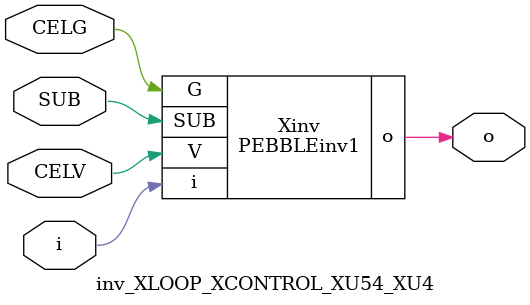
<source format=v>



module PEBBLEinv1 ( o, G, SUB, V, i );

  input V;
  input i;
  input G;
  output o;
  input SUB;
endmodule

//Celera Confidential Do Not Copy inv_XLOOP_XCONTROL_XU54_XU4
//Celera Confidential Symbol Generator
//5V Inverter
module inv_XLOOP_XCONTROL_XU54_XU4 (CELV,CELG,i,o,SUB);
input CELV;
input CELG;
input i;
input SUB;
output o;

//Celera Confidential Do Not Copy inv
PEBBLEinv1 Xinv(
.V (CELV),
.i (i),
.o (o),
.SUB (SUB),
.G (CELG)
);
//,diesize,PEBBLEinv1

//Celera Confidential Do Not Copy Module End
//Celera Schematic Generator
endmodule

</source>
